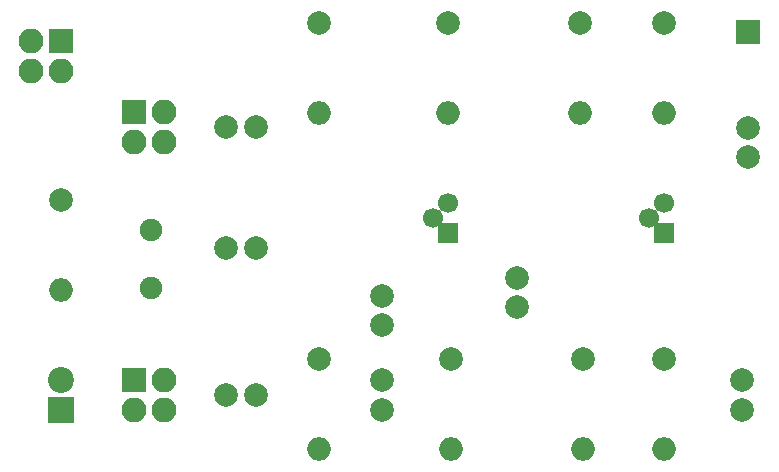
<source format=gbr>
G04 #@! TF.GenerationSoftware,KiCad,Pcbnew,(5.0.0)*
G04 #@! TF.CreationDate,2018-11-05T16:41:38+01:00*
G04 #@! TF.ProjectId,RF_transmitter,52465F7472616E736D69747465722E6B,rev?*
G04 #@! TF.SameCoordinates,Original*
G04 #@! TF.FileFunction,Soldermask,Bot*
G04 #@! TF.FilePolarity,Negative*
%FSLAX46Y46*%
G04 Gerber Fmt 4.6, Leading zero omitted, Abs format (unit mm)*
G04 Created by KiCad (PCBNEW (5.0.0)) date 11/05/18 16:41:38*
%MOMM*%
%LPD*%
G01*
G04 APERTURE LIST*
%ADD10C,2.000000*%
%ADD11R,2.200000X2.200000*%
%ADD12C,2.200000*%
%ADD13R,2.100000X2.100000*%
%ADD14O,2.100000X2.100000*%
%ADD15R,1.700000X1.700000*%
%ADD16C,1.700000*%
%ADD17O,2.000000X2.000000*%
%ADD18C,1.900000*%
G04 APERTURE END LIST*
D10*
G04 #@! TO.C,C1*
X84328000Y-69552079D03*
X81828000Y-69552079D03*
G04 #@! TD*
G04 #@! TO.C,C2*
X81828000Y-92197000D03*
X84328000Y-92197000D03*
G04 #@! TD*
G04 #@! TO.C,C3*
X84328000Y-79756000D03*
X81828000Y-79756000D03*
G04 #@! TD*
G04 #@! TO.C,C4*
X94996000Y-86320000D03*
X94996000Y-83820000D03*
G04 #@! TD*
G04 #@! TO.C,C5*
X94996000Y-90947000D03*
X94996000Y-93447000D03*
G04 #@! TD*
G04 #@! TO.C,C6*
X106426000Y-82296000D03*
X106426000Y-84796000D03*
G04 #@! TD*
G04 #@! TO.C,C7*
X125984000Y-72096000D03*
X125984000Y-69596000D03*
G04 #@! TD*
G04 #@! TO.C,C8*
X125476000Y-93447000D03*
X125476000Y-90947000D03*
G04 #@! TD*
D11*
G04 #@! TO.C,D1*
X67818000Y-93472000D03*
D12*
X67818000Y-90932000D03*
G04 #@! TD*
D13*
G04 #@! TO.C,J1*
X67818000Y-62230000D03*
D14*
X67818000Y-64770000D03*
X65278000Y-62230000D03*
X65278000Y-64770000D03*
G04 #@! TD*
D13*
G04 #@! TO.C,J2*
X125984000Y-61456000D03*
G04 #@! TD*
D15*
G04 #@! TO.C,Q1*
X100584000Y-78486000D03*
D16*
X100584000Y-75946000D03*
X99314000Y-77216000D03*
G04 #@! TD*
G04 #@! TO.C,Q2*
X117602000Y-77216000D03*
X118872000Y-75946000D03*
D15*
X118872000Y-78486000D03*
G04 #@! TD*
D10*
G04 #@! TO.C,R1*
X67818000Y-75692000D03*
D17*
X67818000Y-83312000D03*
G04 #@! TD*
G04 #@! TO.C,R2*
X89662000Y-68326000D03*
D10*
X89662000Y-60706000D03*
G04 #@! TD*
G04 #@! TO.C,R3*
X89662000Y-89154000D03*
D17*
X89662000Y-96774000D03*
G04 #@! TD*
G04 #@! TO.C,R4*
X100584000Y-68326000D03*
D10*
X100584000Y-60706000D03*
G04 #@! TD*
G04 #@! TO.C,R5*
X100838000Y-89154000D03*
D17*
X100838000Y-96774000D03*
G04 #@! TD*
G04 #@! TO.C,R6*
X111760000Y-68326000D03*
D10*
X111760000Y-60706000D03*
G04 #@! TD*
G04 #@! TO.C,R7*
X112014000Y-89154000D03*
D17*
X112014000Y-96774000D03*
G04 #@! TD*
D10*
G04 #@! TO.C,R8*
X118872000Y-60706000D03*
D17*
X118872000Y-68326000D03*
G04 #@! TD*
G04 #@! TO.C,R9*
X118872000Y-96774000D03*
D10*
X118872000Y-89154000D03*
G04 #@! TD*
D13*
G04 #@! TO.C,SW1*
X73995000Y-68277079D03*
D14*
X76535000Y-68277079D03*
X73995000Y-70817079D03*
X76535000Y-70817079D03*
G04 #@! TD*
G04 #@! TO.C,SW2*
X76535000Y-93462000D03*
X73995000Y-93462000D03*
X76535000Y-90922000D03*
D13*
X73995000Y-90922000D03*
G04 #@! TD*
D18*
G04 #@! TO.C,Y1*
X75438000Y-78232000D03*
X75438000Y-83112000D03*
G04 #@! TD*
M02*

</source>
